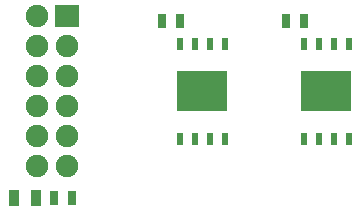
<source format=gbr>
%TF.GenerationSoftware,KiCad,Pcbnew,6.0.0*%
%TF.CreationDate,2022-09-24T12:18:36+02:00*%
%TF.ProjectId,pmod-flash,706d6f64-2d66-46c6-9173-682e6b696361,1*%
%TF.SameCoordinates,Original*%
%TF.FileFunction,Soldermask,Top*%
%TF.FilePolarity,Negative*%
%FSLAX46Y46*%
G04 Gerber Fmt 4.6, Leading zero omitted, Abs format (unit mm)*
G04 Created by KiCad (PCBNEW 6.0.0) date 2022-09-24 12:18:36*
%MOMM*%
%LPD*%
G01*
G04 APERTURE LIST*
%ADD10R,2.000000X1.900000*%
%ADD11C,1.900000*%
%ADD12R,0.889000X1.397000*%
%ADD13R,0.635000X1.143000*%
%ADD14R,0.500000X1.000000*%
%ADD15R,4.300000X3.400000*%
G04 APERTURE END LIST*
D10*
%TO.C,P1*%
X136040000Y-98650000D03*
D11*
X136040000Y-101190000D03*
X136040000Y-103730000D03*
X136040000Y-106270000D03*
X136040000Y-108810000D03*
X136040000Y-111350000D03*
X133500000Y-98650000D03*
X133500000Y-101190000D03*
X133500000Y-103730000D03*
X133500000Y-106270000D03*
X133500000Y-108810000D03*
X133500000Y-111350000D03*
%TD*%
D12*
%TO.C,C1*%
X133452500Y-114000000D03*
X131547500Y-114000000D03*
%TD*%
D13*
%TO.C,C2*%
X145612000Y-99000000D03*
X144088000Y-99000000D03*
%TD*%
D14*
%TO.C,U2*%
X156095000Y-109000000D03*
X157365000Y-109000000D03*
X158635000Y-109000000D03*
X159905000Y-109000000D03*
X159905000Y-101000000D03*
X158635000Y-101000000D03*
X157365000Y-101000000D03*
X156095000Y-101000000D03*
D15*
X158000000Y-105000000D03*
%TD*%
D14*
%TO.C,U1*%
X145595000Y-109000000D03*
X146865000Y-109000000D03*
X148135000Y-109000000D03*
X149405000Y-109000000D03*
X149405000Y-101000000D03*
X148135000Y-101000000D03*
X146865000Y-101000000D03*
X145595000Y-101000000D03*
D15*
X147500000Y-105000000D03*
%TD*%
D13*
%TO.C,C3*%
X156112000Y-99000000D03*
X154588000Y-99000000D03*
%TD*%
%TO.C,L1*%
X134988000Y-114000000D03*
X136512000Y-114000000D03*
%TD*%
M02*

</source>
